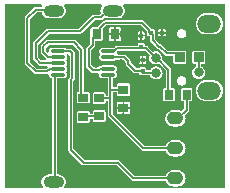
<source format=gbr>
%TF.GenerationSoftware,Altium Limited,Altium Designer,20.1.8 (145)*%
G04 Layer_Physical_Order=2*
G04 Layer_Color=16729670*
%FSLAX45Y45*%
%MOMM*%
%TF.SameCoordinates,4CD9D56E-ABF0-4F53-8DDA-4C7987737DBE*%
%TF.FilePolarity,Positive*%
%TF.FileFunction,Copper,L2,Bot,Signal*%
%TF.Part,Single*%
G01*
G75*
%TA.AperFunction,Conductor*%
%ADD12C,0.12700*%
%TA.AperFunction,ComponentPad*%
G04:AMPARAMS|DCode=13|XSize=1.1mm|YSize=1.4mm|CornerRadius=0.55mm|HoleSize=0mm|Usage=FLASHONLY|Rotation=90.000|XOffset=0mm|YOffset=0mm|HoleType=Round|Shape=RoundedRectangle|*
%AMROUNDEDRECTD13*
21,1,1.10000,0.30000,0,0,90.0*
21,1,0.00000,1.40000,0,0,90.0*
1,1,1.10000,0.15000,0.00000*
1,1,1.10000,0.15000,0.00000*
1,1,1.10000,-0.15000,0.00000*
1,1,1.10000,-0.15000,0.00000*
%
%ADD13ROUNDEDRECTD13*%
%ADD14O,2.00000X1.50000*%
G04:AMPARAMS|DCode=15|XSize=2.25mm|YSize=3.75mm|CornerRadius=1.125mm|HoleSize=0mm|Usage=FLASHONLY|Rotation=180.000|XOffset=0mm|YOffset=0mm|HoleType=Round|Shape=RoundedRectangle|*
%AMROUNDEDRECTD15*
21,1,2.25000,1.50000,0,0,180.0*
21,1,0.00000,3.75000,0,0,180.0*
1,1,2.25000,0.00000,0.75000*
1,1,2.25000,0.00000,0.75000*
1,1,2.25000,0.00000,-0.75000*
1,1,2.25000,0.00000,-0.75000*
%
%ADD15ROUNDEDRECTD15*%
%ADD16O,2.25000X3.75000*%
%ADD17O,1.75000X1.00000*%
%TA.AperFunction,ViaPad*%
%ADD18C,0.80000*%
%ADD19C,0.80000*%
%TA.AperFunction,SMDPad,CuDef*%
G04:AMPARAMS|DCode=20|XSize=0.3mm|YSize=0.4mm|CornerRadius=0.0015mm|HoleSize=0mm|Usage=FLASHONLY|Rotation=270.000|XOffset=0mm|YOffset=0mm|HoleType=Round|Shape=RoundedRectangle|*
%AMROUNDEDRECTD20*
21,1,0.30000,0.39700,0,0,270.0*
21,1,0.29700,0.40000,0,0,270.0*
1,1,0.00300,-0.19850,-0.14850*
1,1,0.00300,-0.19850,0.14850*
1,1,0.00300,0.19850,0.14850*
1,1,0.00300,0.19850,-0.14850*
%
%ADD20ROUNDEDRECTD20*%
G04:AMPARAMS|DCode=21|XSize=0.3mm|YSize=0.4mm|CornerRadius=0.0015mm|HoleSize=0mm|Usage=FLASHONLY|Rotation=0.000|XOffset=0mm|YOffset=0mm|HoleType=Round|Shape=RoundedRectangle|*
%AMROUNDEDRECTD21*
21,1,0.30000,0.39700,0,0,0.0*
21,1,0.29700,0.40000,0,0,0.0*
1,1,0.00300,0.14850,-0.19850*
1,1,0.00300,-0.14850,-0.19850*
1,1,0.00300,-0.14850,0.19850*
1,1,0.00300,0.14850,0.19850*
%
%ADD21ROUNDEDRECTD21*%
G04:AMPARAMS|DCode=22|XSize=0.8mm|YSize=0.7mm|CornerRadius=0.0035mm|HoleSize=0mm|Usage=FLASHONLY|Rotation=0.000|XOffset=0mm|YOffset=0mm|HoleType=Round|Shape=RoundedRectangle|*
%AMROUNDEDRECTD22*
21,1,0.80000,0.69300,0,0,0.0*
21,1,0.79300,0.70000,0,0,0.0*
1,1,0.00700,0.39650,-0.34650*
1,1,0.00700,-0.39650,-0.34650*
1,1,0.00700,-0.39650,0.34650*
1,1,0.00700,0.39650,0.34650*
%
%ADD22ROUNDEDRECTD22*%
G04:AMPARAMS|DCode=23|XSize=0.85mm|YSize=0.75mm|CornerRadius=0.00375mm|HoleSize=0mm|Usage=FLASHONLY|Rotation=0.000|XOffset=0mm|YOffset=0mm|HoleType=Round|Shape=RoundedRectangle|*
%AMROUNDEDRECTD23*
21,1,0.85000,0.74250,0,0,0.0*
21,1,0.84250,0.75000,0,0,0.0*
1,1,0.00750,0.42125,-0.37125*
1,1,0.00750,-0.42125,-0.37125*
1,1,0.00750,-0.42125,0.37125*
1,1,0.00750,0.42125,0.37125*
%
%ADD23ROUNDEDRECTD23*%
G04:AMPARAMS|DCode=24|XSize=0.8mm|YSize=0.8mm|CornerRadius=0.004mm|HoleSize=0mm|Usage=FLASHONLY|Rotation=180.000|XOffset=0mm|YOffset=0mm|HoleType=Round|Shape=RoundedRectangle|*
%AMROUNDEDRECTD24*
21,1,0.80000,0.79200,0,0,180.0*
21,1,0.79200,0.80000,0,0,180.0*
1,1,0.00800,-0.39600,0.39600*
1,1,0.00800,0.39600,0.39600*
1,1,0.00800,0.39600,-0.39600*
1,1,0.00800,-0.39600,-0.39600*
%
%ADD24ROUNDEDRECTD24*%
%ADD25O,1.25000X0.30000*%
G04:AMPARAMS|DCode=26|XSize=0.85mm|YSize=0.75mm|CornerRadius=0.00375mm|HoleSize=0mm|Usage=FLASHONLY|Rotation=90.000|XOffset=0mm|YOffset=0mm|HoleType=Round|Shape=RoundedRectangle|*
%AMROUNDEDRECTD26*
21,1,0.85000,0.74250,0,0,90.0*
21,1,0.84250,0.75000,0,0,90.0*
1,1,0.00750,0.37125,0.42125*
1,1,0.00750,0.37125,-0.42125*
1,1,0.00750,-0.37125,-0.42125*
1,1,0.00750,-0.37125,0.42125*
%
%ADD26ROUNDEDRECTD26*%
G04:AMPARAMS|DCode=27|XSize=0.8mm|YSize=0.7mm|CornerRadius=0.0035mm|HoleSize=0mm|Usage=FLASHONLY|Rotation=90.000|XOffset=0mm|YOffset=0mm|HoleType=Round|Shape=RoundedRectangle|*
%AMROUNDEDRECTD27*
21,1,0.80000,0.69300,0,0,90.0*
21,1,0.79300,0.70000,0,0,90.0*
1,1,0.00700,0.34650,0.39650*
1,1,0.00700,0.34650,-0.39650*
1,1,0.00700,-0.34650,-0.39650*
1,1,0.00700,-0.34650,0.39650*
%
%ADD27ROUNDEDRECTD27*%
G36*
X1879609Y20391D02*
X523329D01*
X516303Y35631D01*
X517485Y37014D01*
X522850Y45770D01*
X526780Y55257D01*
X529177Y65242D01*
X529983Y75479D01*
X529177Y85717D01*
X526780Y95702D01*
X522850Y105189D01*
X517485Y113945D01*
X510816Y121754D01*
X503007Y128423D01*
X494251Y133788D01*
X484764Y137718D01*
X474779Y140115D01*
X464541Y140921D01*
X459724D01*
Y951438D01*
X512041D01*
X517969Y952022D01*
X523670Y953751D01*
X528923Y956559D01*
X533528Y960338D01*
X537307Y964942D01*
X540115Y970196D01*
X541844Y975896D01*
X542428Y981824D01*
X541844Y987752D01*
X540115Y993452D01*
X537307Y998705D01*
X534669Y1006824D01*
X537307Y1014943D01*
X540115Y1020196D01*
X541844Y1025896D01*
X542428Y1031824D01*
X541844Y1037752D01*
X540115Y1043452D01*
X537307Y1048706D01*
X533528Y1053310D01*
Y1060338D01*
X537307Y1064942D01*
X540115Y1070196D01*
X541844Y1075896D01*
X542428Y1081824D01*
X541844Y1087752D01*
X540115Y1093452D01*
X537307Y1098705D01*
X534670Y1106824D01*
X537307Y1114943D01*
X540115Y1120196D01*
X541844Y1125896D01*
X542428Y1131824D01*
X541844Y1137752D01*
X540115Y1143452D01*
X539391Y1144808D01*
X544018Y1156020D01*
X546406Y1158623D01*
X551632Y1158695D01*
X565565Y1144935D01*
Y962186D01*
X558946Y955567D01*
X555485Y951057D01*
X553310Y945805D01*
X552568Y940169D01*
Y345167D01*
X553310Y339531D01*
X555485Y334279D01*
X558946Y329769D01*
X667869Y220846D01*
X672378Y217386D01*
X677630Y215210D01*
X683267Y214468D01*
X962695D01*
X1086465Y90698D01*
X1090975Y87237D01*
X1096227Y85062D01*
X1101863Y84320D01*
X1377362D01*
X1381591Y74109D01*
X1387368Y64682D01*
X1394548Y56275D01*
X1402955Y49095D01*
X1412382Y43318D01*
X1422597Y39087D01*
X1433347Y36506D01*
X1444369Y35639D01*
X1474369D01*
X1485391Y36506D01*
X1496141Y39087D01*
X1506356Y43318D01*
X1515783Y49095D01*
X1524189Y56275D01*
X1531370Y64682D01*
X1537147Y74109D01*
X1541378Y84323D01*
X1543959Y95074D01*
X1544826Y106096D01*
X1543959Y117118D01*
X1541378Y127868D01*
X1537147Y138083D01*
X1531370Y147509D01*
X1524189Y155916D01*
X1515783Y163097D01*
X1506356Y168873D01*
X1496141Y173105D01*
X1485391Y175685D01*
X1474369Y176553D01*
X1444369D01*
X1433347Y175685D01*
X1422597Y173105D01*
X1412382Y168873D01*
X1402955Y163097D01*
X1394548Y155916D01*
X1387368Y147509D01*
X1381591Y138083D01*
X1377362Y127872D01*
X1110883D01*
X987113Y251642D01*
X982603Y255103D01*
X977351Y257279D01*
X971715Y258021D01*
X692287D01*
X596120Y354187D01*
Y931149D01*
X602739Y937767D01*
X606199Y942278D01*
X608375Y947530D01*
X609117Y953166D01*
Y1164559D01*
X608375Y1170195D01*
X606199Y1175447D01*
X602739Y1179957D01*
X585474Y1197222D01*
X580964Y1200683D01*
X575712Y1202858D01*
X570076Y1203600D01*
X533175D01*
X528923Y1207090D01*
X523670Y1209898D01*
X517969Y1211626D01*
X512041Y1212210D01*
X417041D01*
X411113Y1211626D01*
X405413Y1209898D01*
X400160Y1207090D01*
X395555Y1203311D01*
X391776Y1198706D01*
X388968Y1193453D01*
X387239Y1187752D01*
X386655Y1181824D01*
X387037Y1177948D01*
X382774Y1174201D01*
X372958Y1170474D01*
X362600Y1180832D01*
Y1213129D01*
X386258Y1236787D01*
X589014D01*
X639283Y1186517D01*
Y840214D01*
X638099D01*
X634029Y839678D01*
X630236Y838107D01*
X626979Y835608D01*
X624481Y832351D01*
X622910Y828559D01*
X622374Y824489D01*
Y755189D01*
X622910Y751119D01*
X624481Y747327D01*
X626979Y744070D01*
X630236Y741571D01*
X634029Y740000D01*
X638099Y739465D01*
X717398D01*
X721468Y740000D01*
X725261Y741571D01*
X728517Y744070D01*
X731016Y747327D01*
X732587Y751119D01*
X733123Y755189D01*
Y824489D01*
X732587Y828559D01*
X731016Y832351D01*
X728517Y835608D01*
X725261Y838107D01*
X721468Y839678D01*
X717398Y840214D01*
X682836D01*
Y1195537D01*
X682094Y1201173D01*
X679918Y1206425D01*
X676458Y1210935D01*
X613431Y1273961D01*
X608922Y1277422D01*
X603669Y1279597D01*
X598033Y1280339D01*
X377238D01*
X371602Y1279597D01*
X366350Y1277422D01*
X361840Y1273961D01*
X325426Y1237547D01*
X321965Y1233037D01*
X319790Y1227785D01*
X319048Y1222149D01*
Y1171812D01*
X319790Y1166176D01*
X321965Y1160924D01*
X325426Y1156414D01*
X363000Y1118840D01*
X360899Y1109467D01*
X357094Y1103600D01*
X324690D01*
X297042Y1131248D01*
Y1238249D01*
X388892Y1330099D01*
X650616D01*
X656252Y1330841D01*
X661504Y1333017D01*
X666014Y1336478D01*
X777526Y1447989D01*
X831286D01*
X836922Y1448731D01*
X842175Y1450906D01*
X846684Y1454367D01*
X859619Y1467301D01*
X859831Y1467171D01*
X869319Y1463241D01*
X879304Y1460844D01*
X889541Y1460038D01*
X964541D01*
X974779Y1460844D01*
X984764Y1463241D01*
X994251Y1467171D01*
X1003007Y1472536D01*
X1010816Y1479205D01*
X1017485Y1487014D01*
X1022850Y1495770D01*
X1026780Y1505257D01*
X1029177Y1515242D01*
X1029983Y1525480D01*
X1029177Y1535717D01*
X1026780Y1545702D01*
X1022850Y1555189D01*
X1017485Y1563945D01*
X1017122Y1564369D01*
X1024148Y1579609D01*
X1879609D01*
Y20391D01*
D02*
G37*
G36*
X836960Y1564369D02*
X836598Y1563945D01*
X831233Y1555189D01*
X827303Y1545702D01*
X824905Y1535717D01*
X824100Y1525480D01*
X824905Y1515242D01*
X827303Y1505257D01*
X827584Y1504579D01*
X817511Y1491541D01*
X768506D01*
X762869Y1490799D01*
X757617Y1488624D01*
X753108Y1485163D01*
X641596Y1373652D01*
X379872D01*
X374236Y1372910D01*
X368984Y1370734D01*
X364475Y1367274D01*
X259868Y1262667D01*
X256407Y1258158D01*
X254232Y1252905D01*
X253490Y1247269D01*
Y1122228D01*
X254232Y1116592D01*
X256407Y1111340D01*
X259868Y1106830D01*
X300272Y1066426D01*
X304782Y1062965D01*
X310034Y1060790D01*
X315670Y1060048D01*
X371790D01*
X375595Y1054181D01*
X377695Y1044808D01*
X365237Y1032350D01*
X286627D01*
X226077Y1092900D01*
Y1452926D01*
X285066Y1511916D01*
X325704D01*
X327303Y1505257D01*
X331233Y1495770D01*
X336598Y1487014D01*
X343267Y1479205D01*
X351076Y1472536D01*
X359831Y1467171D01*
X369319Y1463241D01*
X379304Y1460844D01*
X389541Y1460038D01*
X464541D01*
X474779Y1460844D01*
X484764Y1463241D01*
X494251Y1467171D01*
X503007Y1472536D01*
X510816Y1479205D01*
X517485Y1487014D01*
X522850Y1495770D01*
X526780Y1505257D01*
X529177Y1515242D01*
X529983Y1525480D01*
X529177Y1535717D01*
X526780Y1545702D01*
X522850Y1555189D01*
X517485Y1563945D01*
X517122Y1564369D01*
X524148Y1579609D01*
X829934D01*
X836960Y1564369D01*
D02*
G37*
G36*
X332050Y1565246D02*
X325847Y1555468D01*
X276046D01*
X270410Y1554726D01*
X265158Y1552551D01*
X260648Y1549090D01*
X188903Y1477344D01*
X185442Y1472834D01*
X183266Y1467582D01*
X182524Y1461946D01*
Y1083880D01*
X183266Y1078244D01*
X185442Y1072992D01*
X188903Y1068482D01*
X262209Y995176D01*
X266719Y991715D01*
X271971Y989540D01*
X277607Y988798D01*
X372028D01*
X376735Y986603D01*
X385920Y978469D01*
X387221Y976079D01*
X387239Y975896D01*
X388968Y970196D01*
X391776Y964942D01*
X395555Y960338D01*
X400160Y956559D01*
X405413Y953751D01*
X411113Y952022D01*
X416172Y951523D01*
Y140921D01*
X389541D01*
X379304Y140115D01*
X369319Y137718D01*
X359831Y133788D01*
X351076Y128423D01*
X343267Y121754D01*
X336598Y113945D01*
X331233Y105189D01*
X327303Y95702D01*
X324905Y85717D01*
X324100Y75479D01*
X324905Y65242D01*
X327303Y55257D01*
X331233Y45770D01*
X336598Y37014D01*
X337779Y35631D01*
X330753Y20391D01*
X20391D01*
Y1579609D01*
X324759D01*
X332050Y1565246D01*
D02*
G37*
%LPC*%
G36*
X1366397Y1369734D02*
X1354166D01*
Y1346977D01*
X1381920D01*
Y1354211D01*
X1381391Y1358228D01*
X1379840Y1361972D01*
X1377373Y1365187D01*
X1374158Y1367654D01*
X1370414Y1369205D01*
X1366397Y1369734D01*
D02*
G37*
G36*
X1338926D02*
X1326697D01*
X1322679Y1369205D01*
X1318935Y1367654D01*
X1315721Y1365187D01*
X1313254Y1361972D01*
X1311703Y1358228D01*
X1311174Y1354211D01*
Y1346977D01*
X1338926D01*
Y1369734D01*
D02*
G37*
G36*
X983060Y1383755D02*
X953555D01*
Y1333506D01*
X998809D01*
Y1368005D01*
X998273Y1372081D01*
X996699Y1375880D01*
X994196Y1379142D01*
X990935Y1381645D01*
X987136Y1383218D01*
X983060Y1383755D01*
D02*
G37*
G36*
X938315D02*
X908809D01*
X904733Y1383218D01*
X900935Y1381645D01*
X897673Y1379142D01*
X895170Y1375880D01*
X893597Y1372081D01*
X893060Y1368005D01*
Y1333506D01*
X938315D01*
Y1383755D01*
D02*
G37*
G36*
X1771434Y1505257D02*
X1721433D01*
X1709629Y1504484D01*
X1698027Y1502176D01*
X1686826Y1498373D01*
X1676217Y1493142D01*
X1666381Y1486570D01*
X1657487Y1478770D01*
X1649688Y1469876D01*
X1643116Y1460041D01*
X1637884Y1449431D01*
X1634081Y1438230D01*
X1631773Y1426628D01*
X1631000Y1414824D01*
X1631773Y1403020D01*
X1634081Y1391418D01*
X1637884Y1380217D01*
X1643116Y1369607D01*
X1649688Y1359771D01*
X1657487Y1350878D01*
X1666381Y1343078D01*
X1676217Y1336506D01*
X1686826Y1331274D01*
X1698027Y1327472D01*
X1709629Y1325164D01*
X1721433Y1324391D01*
X1771434D01*
X1783237Y1325164D01*
X1794839Y1327472D01*
X1806041Y1331274D01*
X1816650Y1336506D01*
X1826486Y1343078D01*
X1835380Y1350878D01*
X1843179Y1359771D01*
X1849751Y1369607D01*
X1854983Y1380217D01*
X1858785Y1391418D01*
X1861093Y1403020D01*
X1861867Y1414824D01*
X1861093Y1426628D01*
X1858785Y1438230D01*
X1854983Y1449431D01*
X1849751Y1460041D01*
X1843179Y1469876D01*
X1835380Y1478770D01*
X1826486Y1486570D01*
X1816650Y1493142D01*
X1806041Y1498373D01*
X1794839Y1502176D01*
X1783237Y1504484D01*
X1771434Y1505257D01*
D02*
G37*
G36*
X1183610Y1349823D02*
X1176380D01*
Y1322070D01*
X1199133D01*
Y1334300D01*
X1198604Y1338318D01*
X1197053Y1342062D01*
X1194586Y1345276D01*
X1191372Y1347743D01*
X1187628Y1349294D01*
X1183610Y1349823D01*
D02*
G37*
G36*
X1161140D02*
X1153910D01*
X1149893Y1349294D01*
X1146149Y1347743D01*
X1142934Y1345276D01*
X1140467Y1342062D01*
X1138916Y1338318D01*
X1138387Y1334300D01*
Y1322070D01*
X1161140D01*
Y1349823D01*
D02*
G37*
G36*
X1381920Y1331737D02*
X1354166D01*
Y1308988D01*
X1366397D01*
X1370414Y1309517D01*
X1374158Y1311068D01*
X1377373Y1313535D01*
X1379840Y1316749D01*
X1381391Y1320493D01*
X1381920Y1324511D01*
Y1331737D01*
D02*
G37*
G36*
X1338926D02*
X1311174D01*
Y1324511D01*
X1311703Y1320493D01*
X1313254Y1316749D01*
X1315721Y1313535D01*
X1318935Y1311068D01*
X1322679Y1309517D01*
X1326697Y1308988D01*
X1338926D01*
Y1331737D01*
D02*
G37*
G36*
X1511433Y1372259D02*
X1503545Y1371482D01*
X1495960Y1369181D01*
X1488969Y1365444D01*
X1482842Y1360416D01*
X1477813Y1354288D01*
X1474077Y1347298D01*
X1471776Y1339713D01*
X1470999Y1331824D01*
X1471776Y1323936D01*
X1474077Y1316350D01*
X1477813Y1309360D01*
X1482842Y1303232D01*
X1488969Y1298204D01*
X1495960Y1294467D01*
X1503545Y1292166D01*
X1511433Y1291389D01*
X1519322Y1292166D01*
X1526907Y1294467D01*
X1533898Y1298204D01*
X1540025Y1303232D01*
X1545054Y1309360D01*
X1548790Y1316350D01*
X1551091Y1323936D01*
X1551868Y1331824D01*
X1551091Y1339713D01*
X1548790Y1347298D01*
X1545054Y1354288D01*
X1540025Y1360416D01*
X1533898Y1365444D01*
X1526907Y1369181D01*
X1519322Y1371482D01*
X1511433Y1372259D01*
D02*
G37*
G36*
X1199133Y1306830D02*
X1176380D01*
Y1279077D01*
X1183610D01*
X1187628Y1279606D01*
X1191372Y1281157D01*
X1194586Y1283624D01*
X1197053Y1286839D01*
X1198604Y1290583D01*
X1199133Y1294600D01*
Y1306830D01*
D02*
G37*
G36*
X1161140D02*
X1138387D01*
Y1294600D01*
X1138916Y1290583D01*
X1140467Y1286839D01*
X1142934Y1283624D01*
X1146149Y1281157D01*
X1149893Y1279606D01*
X1153910Y1279077D01*
X1161140D01*
Y1306830D01*
D02*
G37*
G36*
X998809Y1318266D02*
X953555D01*
Y1268005D01*
X983060D01*
X987136Y1268542D01*
X990935Y1270115D01*
X994196Y1272618D01*
X996699Y1275880D01*
X998273Y1279679D01*
X998809Y1283755D01*
Y1318266D01*
D02*
G37*
G36*
X938315D02*
X893060D01*
Y1283755D01*
X893597Y1279679D01*
X895170Y1275880D01*
X897673Y1272618D01*
X900935Y1270115D01*
X904733Y1268542D01*
X908809Y1268005D01*
X938315D01*
Y1318266D01*
D02*
G37*
G36*
X1195859Y1142902D02*
X1188629D01*
Y1115149D01*
X1211382D01*
Y1127379D01*
X1210853Y1131397D01*
X1209302Y1135141D01*
X1206835Y1138356D01*
X1203620Y1140822D01*
X1199876Y1142373D01*
X1195859Y1142902D01*
D02*
G37*
G36*
X1173389D02*
X1166159D01*
X1162142Y1142373D01*
X1158398Y1140822D01*
X1155183Y1138356D01*
X1152716Y1135141D01*
X1151165Y1131397D01*
X1150636Y1127379D01*
Y1115149D01*
X1173389D01*
Y1142902D01*
D02*
G37*
G36*
X1179059Y1443611D02*
X865481D01*
X859845Y1442869D01*
X854593Y1440693D01*
X850083Y1437233D01*
X806687Y1393836D01*
X803226Y1389326D01*
X801050Y1384074D01*
X801008Y1383755D01*
X753810D01*
X749733Y1383218D01*
X745935Y1381645D01*
X742673Y1379142D01*
X740170Y1375880D01*
X738597Y1372081D01*
X738060Y1368005D01*
Y1295122D01*
X738008Y1294730D01*
Y1244870D01*
X708225Y1215086D01*
X704764Y1210576D01*
X702589Y1205324D01*
X701847Y1199688D01*
Y1057781D01*
X702589Y1052145D01*
X704764Y1046893D01*
X708225Y1042383D01*
X743557Y1007051D01*
X748067Y1003590D01*
X753320Y1001415D01*
X758956Y1000673D01*
X800547D01*
X802567Y999586D01*
X810462Y989926D01*
X812047Y985806D01*
X811655Y981824D01*
X812239Y975896D01*
X813968Y970196D01*
X816776Y964942D01*
X820555Y960338D01*
X825160Y956559D01*
X830413Y953751D01*
X836113Y952022D01*
X842041Y951438D01*
X886515D01*
Y856793D01*
Y804116D01*
X868938D01*
Y816989D01*
X868402Y821059D01*
X866831Y824852D01*
X864332Y828109D01*
X861075Y830607D01*
X857283Y832178D01*
X853213Y832714D01*
X773913D01*
X769844Y832178D01*
X766051Y830607D01*
X762794Y828109D01*
X760295Y824852D01*
X758724Y821059D01*
X758189Y816989D01*
Y747690D01*
X758724Y743620D01*
X760295Y739827D01*
X762794Y736571D01*
X766051Y734072D01*
X769844Y732501D01*
X773913Y731965D01*
X853213D01*
X857283Y732501D01*
X861075Y734072D01*
X864332Y736571D01*
X866831Y739827D01*
X868402Y743620D01*
X868938Y747690D01*
Y760563D01*
X886515D01*
Y640230D01*
X887257Y634594D01*
X889432Y629342D01*
X892893Y624832D01*
X1173027Y344698D01*
X1177537Y341237D01*
X1182789Y339062D01*
X1188425Y338320D01*
X1377362D01*
X1381591Y328109D01*
X1387368Y318682D01*
X1394548Y310275D01*
X1402955Y303095D01*
X1412382Y297318D01*
X1422597Y293087D01*
X1433347Y290506D01*
X1444369Y289639D01*
X1474369D01*
X1485391Y290506D01*
X1496141Y293087D01*
X1506356Y297318D01*
X1515783Y303095D01*
X1524189Y310275D01*
X1531370Y318682D01*
X1537147Y328109D01*
X1541378Y338323D01*
X1543959Y349074D01*
X1544826Y360096D01*
X1543959Y371118D01*
X1541378Y381868D01*
X1537147Y392083D01*
X1531370Y401509D01*
X1524189Y409916D01*
X1515783Y417097D01*
X1506356Y422873D01*
X1496141Y427105D01*
X1485391Y429685D01*
X1474369Y430553D01*
X1444369D01*
X1433347Y429685D01*
X1422597Y427105D01*
X1412382Y422873D01*
X1402955Y417097D01*
X1394548Y409916D01*
X1387368Y401509D01*
X1381591Y392083D01*
X1377362Y381872D01*
X1197445D01*
X930067Y649250D01*
Y782340D01*
Y835017D01*
X961591D01*
Y819668D01*
X962128Y815592D01*
X963701Y811793D01*
X966204Y808532D01*
X969466Y806029D01*
X973264Y804455D01*
X977340Y803919D01*
X1061591D01*
X1065667Y804455D01*
X1069465Y806029D01*
X1072727Y808532D01*
X1075230Y811793D01*
X1076804Y815592D01*
X1077340Y819668D01*
Y893918D01*
X1076804Y897995D01*
X1075230Y901793D01*
X1072727Y905055D01*
X1069465Y907558D01*
X1065667Y909131D01*
X1061591Y909668D01*
X977340D01*
X973264Y909131D01*
X969466Y907558D01*
X966204Y905055D01*
X963701Y901793D01*
X962128Y897995D01*
X961591Y893918D01*
Y878569D01*
X930067D01*
Y951438D01*
X937041D01*
X942969Y952022D01*
X948670Y953751D01*
X953923Y956559D01*
X958528Y960338D01*
X962307Y964942D01*
X965115Y970196D01*
X966844Y975896D01*
X967428Y981824D01*
X966844Y987752D01*
X965115Y993452D01*
X962307Y998706D01*
X958528Y1003310D01*
Y1010338D01*
X962307Y1014942D01*
X965115Y1020196D01*
X966844Y1025896D01*
X967428Y1031824D01*
X966844Y1037752D01*
X965115Y1043452D01*
X962307Y1048706D01*
X958528Y1053310D01*
X953923Y1057089D01*
X948670Y1059897D01*
X942969Y1061626D01*
X937041Y1062210D01*
X842041D01*
X836113Y1061626D01*
X830413Y1059897D01*
X825160Y1057089D01*
X820908Y1053600D01*
X820520D01*
X814884Y1052858D01*
X809632Y1050683D01*
X805122Y1047222D01*
X802125Y1044225D01*
X767976D01*
X745399Y1066801D01*
Y1190668D01*
X775183Y1220451D01*
X778643Y1224961D01*
X780819Y1230214D01*
X781561Y1235850D01*
Y1268005D01*
X828060D01*
X832136Y1268542D01*
X835935Y1270115D01*
X839196Y1272618D01*
X841699Y1275880D01*
X843273Y1279679D01*
X843809Y1283755D01*
Y1356638D01*
X843861Y1357030D01*
Y1369418D01*
X874501Y1400058D01*
X1170039D01*
X1216174Y1353923D01*
Y1324511D01*
X1216703Y1320493D01*
X1218254Y1316749D01*
X1220720Y1313535D01*
X1223935Y1311068D01*
X1227679Y1309517D01*
X1231697Y1308988D01*
X1243245D01*
Y1274306D01*
X1243987Y1268670D01*
X1246162Y1263417D01*
X1249623Y1258908D01*
X1303595Y1204935D01*
X1308105Y1201474D01*
X1313357Y1199299D01*
X1318993Y1198557D01*
X1321009D01*
X1371990Y1147576D01*
X1376500Y1144115D01*
X1381752Y1141940D01*
X1387388Y1141198D01*
X1440622D01*
Y1089895D01*
X1441159Y1085812D01*
X1442735Y1082007D01*
X1445242Y1078740D01*
X1448509Y1076233D01*
X1452314Y1074657D01*
X1456397Y1074120D01*
X1535596D01*
X1539679Y1074657D01*
X1543484Y1076233D01*
X1546751Y1078740D01*
X1549258Y1082007D01*
X1550834Y1085812D01*
X1551371Y1089895D01*
Y1169094D01*
X1550834Y1173177D01*
X1549258Y1176982D01*
X1546751Y1180249D01*
X1543484Y1182756D01*
X1539679Y1184332D01*
X1535596Y1184869D01*
X1456397D01*
X1455490Y1184750D01*
X1396408D01*
X1345427Y1235731D01*
X1340917Y1239192D01*
X1335665Y1241367D01*
X1330029Y1242109D01*
X1328013D01*
X1286797Y1283325D01*
Y1323581D01*
X1286919Y1324511D01*
Y1354211D01*
X1286391Y1358228D01*
X1284840Y1361972D01*
X1282373Y1365187D01*
X1279158Y1367654D01*
X1275414Y1369205D01*
X1271396Y1369734D01*
X1258675D01*
X1257098Y1373543D01*
X1253637Y1378053D01*
X1194457Y1437232D01*
X1189947Y1440693D01*
X1184695Y1442869D01*
X1179059Y1443611D01*
D02*
G37*
G36*
X1211382Y1099909D02*
X1188629D01*
Y1072157D01*
X1195859D01*
X1199876Y1072685D01*
X1203620Y1074236D01*
X1206835Y1076703D01*
X1209302Y1079918D01*
X1210853Y1083662D01*
X1211382Y1087680D01*
Y1099909D01*
D02*
G37*
G36*
X1173389D02*
X1150636D01*
Y1087680D01*
X1151165Y1083662D01*
X1152716Y1079918D01*
X1155183Y1076703D01*
X1158398Y1074236D01*
X1162142Y1072685D01*
X1166159Y1072157D01*
X1173389D01*
Y1099909D01*
D02*
G37*
G36*
X1695597Y1184869D02*
X1616397D01*
X1612314Y1184332D01*
X1608509Y1182756D01*
X1605242Y1180249D01*
X1602735Y1176982D01*
X1601159Y1173177D01*
X1600622Y1169094D01*
Y1089895D01*
X1601159Y1085812D01*
X1602735Y1082007D01*
X1605242Y1078740D01*
X1608509Y1076233D01*
X1612314Y1074657D01*
X1616397Y1074120D01*
X1634221D01*
Y1052595D01*
X1630841Y1051195D01*
X1623427Y1046652D01*
X1616815Y1041005D01*
X1611168Y1034394D01*
X1606625Y1026980D01*
X1603298Y1018947D01*
X1601268Y1010492D01*
X1600586Y1001824D01*
X1601268Y993156D01*
X1603298Y984701D01*
X1606625Y976668D01*
X1611168Y969254D01*
X1616815Y962643D01*
X1623427Y956996D01*
X1630841Y952453D01*
X1638874Y949125D01*
X1647329Y947096D01*
X1655997Y946413D01*
X1664665Y947096D01*
X1673120Y949125D01*
X1681153Y952453D01*
X1688566Y956996D01*
X1695178Y962643D01*
X1700825Y969254D01*
X1705368Y976668D01*
X1708695Y984701D01*
X1710725Y993156D01*
X1711407Y1001824D01*
X1710725Y1010492D01*
X1708695Y1018947D01*
X1705368Y1026980D01*
X1700825Y1034394D01*
X1695178Y1041005D01*
X1688566Y1046652D01*
X1681153Y1051195D01*
X1677773Y1052595D01*
Y1074120D01*
X1695597D01*
X1699679Y1074657D01*
X1703484Y1076233D01*
X1706751Y1078740D01*
X1709258Y1082007D01*
X1710834Y1085812D01*
X1711371Y1089895D01*
Y1169094D01*
X1710834Y1173177D01*
X1709258Y1176982D01*
X1706751Y1180249D01*
X1703484Y1182756D01*
X1699679Y1184332D01*
X1695597Y1184869D01*
D02*
G37*
G36*
X1511433Y972259D02*
X1503545Y971482D01*
X1495960Y969181D01*
X1488969Y965444D01*
X1482842Y960416D01*
X1477813Y954288D01*
X1474077Y947298D01*
X1471776Y939712D01*
X1470999Y931824D01*
X1471776Y923935D01*
X1474077Y916350D01*
X1477813Y909360D01*
X1482842Y903232D01*
X1488969Y898204D01*
X1495960Y894467D01*
X1503545Y892166D01*
X1511433Y891389D01*
X1519322Y892166D01*
X1526907Y894467D01*
X1533898Y898204D01*
X1540025Y903232D01*
X1545054Y909360D01*
X1548790Y916350D01*
X1551091Y923935D01*
X1551868Y931824D01*
X1551091Y939712D01*
X1548790Y947298D01*
X1545054Y954288D01*
X1540025Y960416D01*
X1533898Y965444D01*
X1526907Y969181D01*
X1519322Y971482D01*
X1511433Y972259D01*
D02*
G37*
G36*
X1771434Y939257D02*
X1721433D01*
X1709629Y938484D01*
X1698027Y936176D01*
X1686826Y932374D01*
X1676217Y927142D01*
X1666381Y920570D01*
X1657487Y912770D01*
X1649688Y903877D01*
X1643116Y894041D01*
X1637884Y883431D01*
X1634081Y872230D01*
X1631773Y860628D01*
X1631000Y848824D01*
X1631773Y837020D01*
X1634081Y825418D01*
X1637884Y814217D01*
X1643116Y803607D01*
X1649688Y793772D01*
X1657487Y784878D01*
X1666381Y777078D01*
X1676217Y770506D01*
X1686826Y765275D01*
X1698027Y761472D01*
X1709629Y759164D01*
X1721433Y758391D01*
X1771434D01*
X1783237Y759164D01*
X1794839Y761472D01*
X1806041Y765275D01*
X1816650Y770506D01*
X1826486Y777078D01*
X1835380Y784878D01*
X1843179Y793772D01*
X1849751Y803607D01*
X1854983Y814217D01*
X1858785Y825418D01*
X1861093Y837020D01*
X1861867Y848824D01*
X1861093Y860628D01*
X1858785Y872230D01*
X1854983Y883431D01*
X1849751Y894041D01*
X1843179Y903877D01*
X1835380Y912770D01*
X1826486Y920570D01*
X1816650Y927142D01*
X1806041Y932374D01*
X1794839Y936176D01*
X1783237Y938484D01*
X1771434Y939257D01*
D02*
G37*
G36*
X1183610Y1254823D02*
X1153910D01*
X1149893Y1254294D01*
X1146149Y1252743D01*
X1142934Y1250276D01*
X1140467Y1247062D01*
X1138916Y1243318D01*
X1138387Y1239300D01*
Y1227706D01*
X961147D01*
X955511Y1226965D01*
X950259Y1224789D01*
X945749Y1221328D01*
X936631Y1212210D01*
X842041D01*
X836113Y1211626D01*
X830413Y1209898D01*
X825160Y1207090D01*
X820555Y1203311D01*
X816776Y1198706D01*
X813968Y1193453D01*
X812239Y1187752D01*
X811655Y1181824D01*
X812239Y1175896D01*
X813968Y1170196D01*
X816776Y1164943D01*
X820555Y1160338D01*
Y1153310D01*
X816776Y1148706D01*
X813968Y1143452D01*
X812239Y1137752D01*
X811655Y1131824D01*
X812239Y1125896D01*
X813968Y1120196D01*
X816776Y1114942D01*
X820555Y1110338D01*
X825159Y1106559D01*
X830413Y1103751D01*
X836113Y1102022D01*
X842041Y1101438D01*
X937041D01*
X942969Y1102022D01*
X948669Y1103751D01*
X953923Y1106559D01*
X958174Y1110048D01*
X1001620D01*
X1003539Y1109795D01*
X1012675D01*
X1035997Y1086473D01*
Y1077337D01*
X1036739Y1071701D01*
X1038914Y1066449D01*
X1042375Y1061939D01*
X1102254Y1002060D01*
X1106764Y998599D01*
X1112016Y996424D01*
X1117652Y995682D01*
X1150636D01*
Y992679D01*
X1151165Y988662D01*
X1152716Y984918D01*
X1155183Y981703D01*
X1158398Y979236D01*
X1162142Y977685D01*
X1166159Y977157D01*
X1195859D01*
X1196990Y977305D01*
X1243796D01*
X1245196Y973926D01*
X1249739Y966512D01*
X1255386Y959900D01*
X1261997Y954253D01*
X1269411Y949710D01*
X1277444Y946383D01*
X1285899Y944353D01*
X1294567Y943671D01*
X1303235Y944353D01*
X1311690Y946383D01*
X1319723Y949710D01*
X1327137Y954253D01*
X1333748Y959900D01*
X1339395Y966512D01*
X1343938Y973926D01*
X1347266Y981959D01*
X1349295Y990414D01*
X1349977Y999082D01*
X1349295Y1007750D01*
X1347266Y1016204D01*
X1343938Y1024237D01*
X1339395Y1031651D01*
X1333748Y1038263D01*
X1327137Y1043910D01*
X1319723Y1048453D01*
X1311690Y1051780D01*
X1303235Y1053810D01*
X1294567Y1054492D01*
X1285899Y1053810D01*
X1277444Y1051780D01*
X1269411Y1048453D01*
X1261997Y1043910D01*
X1255386Y1038263D01*
X1249739Y1031651D01*
X1245196Y1024237D01*
X1243796Y1020858D01*
X1211382D01*
Y1032379D01*
X1210853Y1036397D01*
X1209302Y1040141D01*
X1206835Y1043356D01*
X1203620Y1045822D01*
X1199876Y1047373D01*
X1195859Y1047902D01*
X1166159D01*
X1162142Y1047373D01*
X1158398Y1045822D01*
X1155183Y1043356D01*
X1152716Y1040141D01*
X1152341Y1039234D01*
X1126672D01*
X1079549Y1086357D01*
Y1095493D01*
X1078807Y1101129D01*
X1076632Y1106381D01*
X1073171Y1110891D01*
X1037092Y1146969D01*
X1032583Y1150430D01*
X1027330Y1152606D01*
X1021694Y1153347D01*
X1005206D01*
X1003287Y1153600D01*
X972714D01*
X969018Y1157628D01*
X964390Y1168840D01*
X965115Y1170196D01*
X966844Y1175896D01*
X967383Y1181369D01*
X970167Y1184154D01*
X1153328D01*
X1153910Y1184077D01*
X1183610D01*
X1184193Y1184154D01*
X1204694D01*
X1240591Y1148257D01*
X1238852Y1144059D01*
X1236823Y1135604D01*
X1236140Y1126936D01*
X1236823Y1118268D01*
X1238852Y1109813D01*
X1242180Y1101780D01*
X1246723Y1094367D01*
X1252370Y1087755D01*
X1258981Y1082108D01*
X1266395Y1077565D01*
X1274428Y1074238D01*
X1282883Y1072208D01*
X1291551Y1071526D01*
X1300219Y1072208D01*
X1308674Y1074238D01*
X1316707Y1077565D01*
X1318033Y1078378D01*
X1378669Y1017741D01*
Y868698D01*
X1368541D01*
X1364471Y868162D01*
X1360679Y866591D01*
X1357422Y864093D01*
X1354923Y860836D01*
X1353352Y857043D01*
X1352816Y852973D01*
Y773674D01*
X1353352Y769604D01*
X1354923Y765811D01*
X1357422Y762554D01*
X1360679Y760056D01*
X1364471Y758485D01*
X1368541Y757949D01*
X1437841D01*
X1441911Y758485D01*
X1445703Y760056D01*
X1448960Y762554D01*
X1451459Y765811D01*
X1453030Y769604D01*
X1453565Y773674D01*
Y852973D01*
X1453030Y857043D01*
X1451459Y860836D01*
X1448960Y864093D01*
X1445703Y866591D01*
X1441911Y868162D01*
X1437841Y868698D01*
X1422222D01*
Y1026761D01*
X1421480Y1032397D01*
X1419304Y1037649D01*
X1415843Y1042159D01*
X1345012Y1112990D01*
X1346279Y1118268D01*
X1346961Y1126936D01*
X1346279Y1135604D01*
X1344250Y1144059D01*
X1340922Y1152092D01*
X1336379Y1159506D01*
X1330732Y1166118D01*
X1324121Y1171764D01*
X1316707Y1176308D01*
X1308674Y1179635D01*
X1300219Y1181665D01*
X1291551Y1182347D01*
X1282883Y1181665D01*
X1274428Y1179635D01*
X1271866Y1178574D01*
X1229111Y1221328D01*
X1224602Y1224789D01*
X1219349Y1226965D01*
X1213713Y1227706D01*
X1199133D01*
Y1239300D01*
X1198604Y1243318D01*
X1197053Y1247062D01*
X1194586Y1250276D01*
X1191372Y1252743D01*
X1187628Y1254294D01*
X1183610Y1254823D01*
D02*
G37*
G36*
X1061591Y754668D02*
X1027086D01*
Y709413D01*
X1077340D01*
Y738919D01*
X1076804Y742995D01*
X1075230Y746793D01*
X1072727Y750055D01*
X1069465Y752558D01*
X1065667Y754131D01*
X1061591Y754668D01*
D02*
G37*
G36*
X1011846D02*
X977340D01*
X973264Y754131D01*
X969466Y752558D01*
X966204Y750055D01*
X963701Y746793D01*
X962128Y742995D01*
X961591Y738919D01*
Y709413D01*
X1011846D01*
Y754668D01*
D02*
G37*
G36*
X1587841Y868698D02*
X1518541D01*
X1514471Y868162D01*
X1510679Y866591D01*
X1507422Y864093D01*
X1504923Y860836D01*
X1503352Y857043D01*
X1502816Y852973D01*
Y773674D01*
X1503352Y769604D01*
X1504923Y765811D01*
X1507422Y762554D01*
X1510679Y760056D01*
X1514471Y758485D01*
X1518541Y757949D01*
X1531415D01*
Y695758D01*
X1510184Y674527D01*
X1506356Y676873D01*
X1496141Y681105D01*
X1485391Y683685D01*
X1474369Y684553D01*
X1444369D01*
X1433347Y683685D01*
X1422597Y681105D01*
X1412382Y676873D01*
X1402955Y671097D01*
X1394548Y663916D01*
X1387368Y655509D01*
X1381591Y646083D01*
X1377360Y635868D01*
X1374779Y625118D01*
X1373912Y614096D01*
X1374779Y603074D01*
X1377360Y592323D01*
X1381591Y582109D01*
X1387368Y572682D01*
X1394548Y564275D01*
X1402955Y557095D01*
X1412382Y551318D01*
X1422597Y547087D01*
X1433347Y544506D01*
X1444369Y543639D01*
X1474369D01*
X1485391Y544506D01*
X1496141Y547087D01*
X1506356Y551318D01*
X1515783Y557095D01*
X1524189Y564275D01*
X1531370Y572682D01*
X1537147Y582109D01*
X1541378Y592323D01*
X1543959Y603074D01*
X1544826Y614096D01*
X1543959Y625118D01*
X1541378Y635868D01*
X1538958Y641709D01*
X1568589Y671340D01*
X1572050Y675850D01*
X1574225Y681102D01*
X1574967Y686738D01*
Y757949D01*
X1587841D01*
X1591911Y758485D01*
X1595703Y760056D01*
X1598960Y762554D01*
X1601459Y765811D01*
X1603030Y769604D01*
X1603565Y773674D01*
Y852973D01*
X1603030Y857043D01*
X1601459Y860836D01*
X1598960Y864093D01*
X1595703Y866591D01*
X1591911Y868162D01*
X1587841Y868698D01*
D02*
G37*
G36*
X853213Y682714D02*
X773913D01*
X769844Y682178D01*
X766051Y680607D01*
X762794Y678108D01*
X760295Y674852D01*
X758724Y671059D01*
X758189Y666989D01*
Y654116D01*
X733123D01*
Y659489D01*
X732587Y663559D01*
X731016Y667351D01*
X728517Y670608D01*
X725261Y673107D01*
X721468Y674678D01*
X717398Y675214D01*
X638099D01*
X634029Y674678D01*
X630236Y673107D01*
X626979Y670608D01*
X624481Y667351D01*
X622910Y663559D01*
X622374Y659489D01*
Y590189D01*
X622910Y586119D01*
X624481Y582327D01*
X626979Y579070D01*
X630236Y576571D01*
X634029Y575000D01*
X638099Y574465D01*
X717398D01*
X721468Y575000D01*
X725261Y576571D01*
X728517Y579070D01*
X731016Y582327D01*
X732587Y586119D01*
X733123Y590189D01*
Y610563D01*
X758189D01*
Y597689D01*
X758724Y593620D01*
X760295Y589827D01*
X762794Y586570D01*
X766051Y584071D01*
X769844Y582500D01*
X773913Y581965D01*
X853213D01*
X857283Y582500D01*
X861075Y584071D01*
X864332Y586570D01*
X866831Y589827D01*
X868402Y593620D01*
X868938Y597689D01*
Y666989D01*
X868402Y671059D01*
X866831Y674852D01*
X864332Y678108D01*
X861075Y680607D01*
X857283Y682178D01*
X853213Y682714D01*
D02*
G37*
G36*
X1077340Y694173D02*
X1027086D01*
Y648919D01*
X1061591D01*
X1065667Y649455D01*
X1069465Y651029D01*
X1072727Y653532D01*
X1075230Y656793D01*
X1076804Y660592D01*
X1077340Y664668D01*
Y694173D01*
D02*
G37*
G36*
X1011846D02*
X961591D01*
Y664668D01*
X962128Y660592D01*
X963701Y656793D01*
X966204Y653532D01*
X969466Y651029D01*
X973264Y649455D01*
X977340Y648919D01*
X1011846D01*
Y694173D01*
D02*
G37*
%LPD*%
D12*
X908291Y856793D02*
X1019466D01*
X908291D02*
Y973833D01*
Y856794D02*
X908291Y856793D01*
X908291Y782340D02*
Y856793D01*
X813563Y782340D02*
X908291D01*
Y640230D02*
Y782340D01*
Y640230D02*
X1188425Y360096D01*
X900300Y981824D02*
X908291Y973833D01*
X1188425Y360096D02*
X1459369D01*
X822085Y1357030D02*
Y1378438D01*
X759785Y1294730D02*
X822085Y1357030D01*
X723623Y1199688D02*
X759785Y1235850D01*
X723623Y1057781D02*
Y1199688D01*
X759785Y1235850D02*
Y1294730D01*
X865481Y1421834D02*
X1179059D01*
X822085Y1378438D02*
X865481Y1421834D01*
X650616Y1351876D02*
X768506Y1469765D01*
X831286D02*
X887001Y1525480D01*
X768506Y1469765D02*
X831286D01*
X887001Y1525480D02*
X927041D01*
X677748Y624839D02*
X685249Y632339D01*
X813563D01*
X598033Y1258563D02*
X661060Y1195537D01*
Y806528D02*
X677748Y789839D01*
X661060Y806528D02*
Y1195537D01*
X971715Y236244D02*
X1101863Y106096D01*
X574344Y345167D02*
X683267Y236244D01*
X971715D01*
X1057773Y1077337D02*
X1117652Y1017458D01*
X1057773Y1077337D02*
Y1095493D01*
X1238239Y1348011D02*
Y1362654D01*
X1179059Y1421834D02*
X1238239Y1362654D01*
X1246889Y1339361D02*
X1251547D01*
X1238239Y1348011D02*
X1246889Y1339361D01*
X1265021Y1274306D02*
X1318993Y1220333D01*
X1256371Y1339361D02*
X1265021Y1330711D01*
Y1274306D02*
Y1330711D01*
X1021694Y1131571D02*
X1057773Y1095493D01*
X889541Y1131824D02*
X1003287D01*
X1003539Y1131571D01*
X1021694D01*
X1117652Y1017458D02*
X1170252D01*
X1181009Y999082D02*
X1294567D01*
X1170252Y1017458D02*
X1181009Y1006702D01*
X1318993Y1220333D02*
X1330029D01*
X1387388Y1162974D01*
X1462517D01*
X427041Y75479D02*
X437948Y86386D01*
Y973833D01*
X445939Y981824D02*
X464541D01*
X437948Y973833D02*
X445939Y981824D01*
X377238Y1258563D02*
X598033D01*
X340824Y1171812D02*
Y1222149D01*
X380812Y1131824D02*
X464542D01*
X340824Y1171812D02*
X380812Y1131824D01*
X340824Y1222149D02*
X377238Y1258563D01*
X1101863Y106096D02*
X1468120D01*
X277607Y1010574D02*
X374257D01*
X204301Y1083880D02*
Y1461946D01*
Y1083880D02*
X277607Y1010574D01*
X204301Y1461946D02*
X276046Y1533692D01*
X418829D01*
X275266Y1247269D02*
X379872Y1351876D01*
X650616D01*
X275266Y1122228D02*
Y1247269D01*
X1468120Y614096D02*
X1480549D01*
X1553191Y686738D02*
Y813323D01*
X1480549Y614096D02*
X1553191Y686738D01*
X961147Y1205930D02*
X1160110D01*
X889541Y1181824D02*
X937041D01*
X961147Y1205930D01*
X1400446Y816069D02*
X1403191Y813323D01*
X1462517Y1162974D02*
X1495996Y1129495D01*
X1655997Y1001824D02*
Y1129495D01*
X1300270Y1126936D02*
X1400446Y1026761D01*
Y816069D02*
Y1026761D01*
X1291551Y1126936D02*
X1300270D01*
X1291551D02*
Y1128093D01*
X1177410Y1205930D02*
X1213713D01*
X1291551Y1128093D01*
X1168760Y1214580D02*
X1177410Y1205930D01*
X570076Y1181824D02*
X587341Y1164559D01*
X574344Y940169D02*
X587341Y953166D01*
Y1164559D01*
X574344Y345167D02*
Y940169D01*
X1160110Y1205930D02*
X1168760Y1214580D01*
Y1219450D01*
X395507Y1031824D02*
X464541D01*
X374257Y1010574D02*
X395507Y1031824D01*
X275266Y1122228D02*
X315670Y1081824D01*
X418829Y1533692D02*
X427041Y1525480D01*
X315670Y1081824D02*
X464542D01*
X889541Y981824D02*
X900300D01*
X464541Y1181824D02*
X570076D01*
X758956Y1022449D02*
X811145D01*
X723623Y1057781D02*
X758956Y1022449D01*
X820520Y1031824D02*
X889541D01*
X811145Y1022449D02*
X820520Y1031824D01*
D13*
X1459369Y614096D02*
D03*
Y106096D02*
D03*
X1713369D02*
D03*
X1459369Y360096D02*
D03*
X1713369D02*
D03*
Y614096D02*
D03*
D14*
X1746433Y1414824D02*
D03*
Y848824D02*
D03*
D15*
X1214541Y775480D02*
D03*
D16*
X139541D02*
D03*
D17*
X427041Y75479D02*
D03*
X927041D02*
D03*
X677041Y1525480D02*
D03*
X427041D02*
D03*
X927041D02*
D03*
D18*
X1121604Y1107529D02*
D03*
X1346547Y1279881D02*
D03*
X1109158Y1314450D02*
D03*
X326139Y1411197D02*
D03*
X1628968Y1261824D02*
D03*
X1019466Y620092D02*
D03*
X329759Y626709D02*
D03*
X93980Y997645D02*
D03*
X1027884Y1325880D02*
D03*
X996183Y1069981D02*
D03*
X787041Y1084039D02*
D03*
D19*
X1291551Y1126936D02*
D03*
X1294567Y999082D02*
D03*
X1655997Y1001824D02*
D03*
D20*
X1251547Y1339361D02*
D03*
X1346547D02*
D03*
D21*
X1181009Y1107529D02*
D03*
Y1012529D02*
D03*
X1168760Y1219450D02*
D03*
Y1314450D02*
D03*
D22*
X677748Y624839D02*
D03*
Y789839D02*
D03*
X813563Y782340D02*
D03*
Y632339D02*
D03*
D23*
X1019466Y856793D02*
D03*
Y701793D02*
D03*
D24*
X1495996Y1129495D02*
D03*
X1655997D02*
D03*
D25*
X464541Y981824D02*
D03*
Y1031824D02*
D03*
X464542Y1081824D02*
D03*
Y1131824D02*
D03*
X464541Y1181824D02*
D03*
X889541Y981824D02*
D03*
Y1031824D02*
D03*
X889541Y1081824D02*
D03*
Y1131824D02*
D03*
X889541Y1181824D02*
D03*
D26*
X790935Y1325880D02*
D03*
X945935D02*
D03*
D27*
X1403191Y813323D02*
D03*
X1553191D02*
D03*
%TF.MD5,2529e8bda1f29f63bf17fe0eb2a8fbfb*%
M02*

</source>
